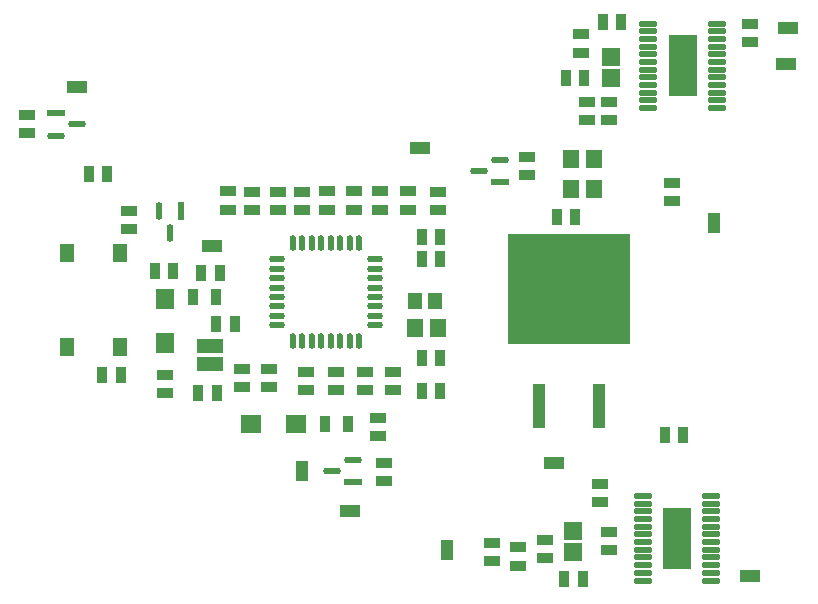
<source format=gtp>
G04*
G04 #@! TF.GenerationSoftware,Altium Limited,Altium Designer,25.0.2 (28)*
G04*
G04 Layer_Color=8421504*
%FSLAX24Y24*%
%MOIN*%
G70*
G04*
G04 #@! TF.SameCoordinates,81A3336F-67A3-4ED7-803A-E09BC6C04D2E*
G04*
G04*
G04 #@! TF.FilePolarity,Positive*
G04*
G01*
G75*
%ADD16R,0.0531X0.0374*%
G04:AMPARAMS|DCode=17|XSize=59.1mil|YSize=17.7mil|CornerRadius=1.9mil|HoleSize=0mil|Usage=FLASHONLY|Rotation=0.000|XOffset=0mil|YOffset=0mil|HoleType=Round|Shape=RoundedRectangle|*
%AMROUNDEDRECTD17*
21,1,0.0591,0.0138,0,0,0.0*
21,1,0.0552,0.0177,0,0,0.0*
1,1,0.0039,0.0276,-0.0069*
1,1,0.0039,-0.0276,-0.0069*
1,1,0.0039,-0.0276,0.0069*
1,1,0.0039,0.0276,0.0069*
%
%ADD17ROUNDEDRECTD17*%
%ADD18R,0.0709X0.0394*%
%ADD19R,0.0394X0.0709*%
%ADD20R,0.0591X0.0689*%
%ADD21R,0.0600X0.0228*%
G04:AMPARAMS|DCode=22|XSize=60mil|YSize=22.8mil|CornerRadius=11.4mil|HoleSize=0mil|Usage=FLASHONLY|Rotation=180.000|XOffset=0mil|YOffset=0mil|HoleType=Round|Shape=RoundedRectangle|*
%AMROUNDEDRECTD22*
21,1,0.0600,0.0000,0,0,180.0*
21,1,0.0373,0.0228,0,0,180.0*
1,1,0.0228,-0.0186,0.0000*
1,1,0.0228,0.0186,0.0000*
1,1,0.0228,0.0186,0.0000*
1,1,0.0228,-0.0186,0.0000*
%
%ADD22ROUNDEDRECTD22*%
%ADD23R,0.0613X0.0612*%
%ADD24R,0.0512X0.0610*%
%ADD25R,0.0374X0.0531*%
%ADD26R,0.0472X0.0551*%
%ADD27R,0.0551X0.0591*%
%ADD28R,0.0394X0.1496*%
%ADD29R,0.4094X0.3661*%
%ADD30O,0.0217X0.0531*%
%ADD31O,0.0531X0.0217*%
%ADD32R,0.0689X0.0591*%
G04:AMPARAMS|DCode=33|XSize=60mil|YSize=22.8mil|CornerRadius=11.4mil|HoleSize=0mil|Usage=FLASHONLY|Rotation=270.000|XOffset=0mil|YOffset=0mil|HoleType=Round|Shape=RoundedRectangle|*
%AMROUNDEDRECTD33*
21,1,0.0600,0.0000,0,0,270.0*
21,1,0.0373,0.0228,0,0,270.0*
1,1,0.0228,0.0000,-0.0186*
1,1,0.0228,0.0000,0.0186*
1,1,0.0228,0.0000,0.0186*
1,1,0.0228,0.0000,-0.0186*
%
%ADD33ROUNDEDRECTD33*%
%ADD34R,0.0228X0.0600*%
%ADD35R,0.0866X0.0453*%
%ADD36R,0.0374X0.0571*%
G36*
X47372Y20204D02*
Y20200D01*
X47369Y20193D01*
X47364Y20187D01*
X47357Y20184D01*
X47353D01*
D01*
X46447D01*
X46443D01*
X46436Y20187D01*
X46431Y20193D01*
X46428Y20200D01*
Y20204D01*
D01*
Y22196D01*
Y22200D01*
X46431Y22207D01*
X46436Y22213D01*
X46443Y22216D01*
X46447D01*
D01*
X47353D01*
X47357D01*
X47364Y22213D01*
X47369Y22207D01*
X47372Y22200D01*
Y22196D01*
D01*
Y20204D01*
D02*
G37*
G36*
X47564Y35952D02*
Y35948D01*
X47561Y35941D01*
X47556Y35936D01*
X47548Y35933D01*
X47544D01*
D01*
X46639D01*
X46635D01*
X46628Y35936D01*
X46622Y35941D01*
X46619Y35948D01*
Y35952D01*
D01*
Y37944D01*
Y37948D01*
X46622Y37956D01*
X46628Y37961D01*
X46635Y37964D01*
X46639D01*
D01*
X47544D01*
X47548D01*
X47556Y37961D01*
X47561Y37956D01*
X47564Y37948D01*
Y37944D01*
D01*
Y35952D01*
D02*
G37*
D16*
X41589Y20900D02*
D03*
X41900Y33295D02*
D03*
Y33905D02*
D03*
X28650Y32105D02*
D03*
Y31495D02*
D03*
X25250Y34695D02*
D03*
Y35305D02*
D03*
X31950Y32150D02*
D03*
Y32760D02*
D03*
X42500Y21155D02*
D03*
Y20545D02*
D03*
X37950Y32760D02*
D03*
Y32150D02*
D03*
X35250Y32760D02*
D03*
Y32150D02*
D03*
X49350Y37745D02*
D03*
Y38355D02*
D03*
X43900Y35145D02*
D03*
Y35755D02*
D03*
X46750Y33055D02*
D03*
Y32445D02*
D03*
X43700Y38000D02*
D03*
Y37390D02*
D03*
X44650Y35145D02*
D03*
Y35755D02*
D03*
Y20795D02*
D03*
Y21405D02*
D03*
X44350Y23005D02*
D03*
Y22395D02*
D03*
X40750Y21055D02*
D03*
Y20445D02*
D03*
X41589Y20290D02*
D03*
X38950Y32755D02*
D03*
Y32145D02*
D03*
X36950Y24595D02*
D03*
Y25205D02*
D03*
X32400Y26855D02*
D03*
Y26245D02*
D03*
X37450Y26145D02*
D03*
Y26755D02*
D03*
X36500Y26145D02*
D03*
Y26755D02*
D03*
X35550Y26145D02*
D03*
Y26755D02*
D03*
X34550Y26140D02*
D03*
Y26750D02*
D03*
X33300Y26245D02*
D03*
Y26855D02*
D03*
X32750Y32755D02*
D03*
Y32145D02*
D03*
X34400Y32755D02*
D03*
Y32145D02*
D03*
X36150Y32760D02*
D03*
Y32150D02*
D03*
X37000Y32760D02*
D03*
Y32150D02*
D03*
X33600Y32755D02*
D03*
Y32145D02*
D03*
X37150Y23095D02*
D03*
Y23705D02*
D03*
X29850Y26655D02*
D03*
Y26045D02*
D03*
D17*
X45758Y22607D02*
D03*
Y22352D02*
D03*
Y22096D02*
D03*
Y21840D02*
D03*
Y21584D02*
D03*
Y21328D02*
D03*
Y21072D02*
D03*
Y20816D02*
D03*
Y20560D02*
D03*
Y20304D02*
D03*
Y20048D02*
D03*
Y19793D02*
D03*
X48042D02*
D03*
Y20048D02*
D03*
Y20304D02*
D03*
Y20560D02*
D03*
Y20816D02*
D03*
Y21072D02*
D03*
Y21328D02*
D03*
Y21584D02*
D03*
Y21840D02*
D03*
Y22096D02*
D03*
Y22352D02*
D03*
Y22607D02*
D03*
X48233Y38356D02*
D03*
Y38100D02*
D03*
Y37844D02*
D03*
Y37588D02*
D03*
Y37332D02*
D03*
Y37076D02*
D03*
Y36820D02*
D03*
Y36565D02*
D03*
Y36309D02*
D03*
Y36053D02*
D03*
Y35797D02*
D03*
Y35541D02*
D03*
X45950D02*
D03*
Y35797D02*
D03*
Y36053D02*
D03*
Y36309D02*
D03*
Y36565D02*
D03*
Y36820D02*
D03*
Y37076D02*
D03*
Y37332D02*
D03*
Y37588D02*
D03*
Y37844D02*
D03*
Y38100D02*
D03*
Y38356D02*
D03*
D18*
X49350Y19950D02*
D03*
X36000Y22100D02*
D03*
X50600Y38200D02*
D03*
X50550Y37000D02*
D03*
X38350Y34200D02*
D03*
X42800Y23700D02*
D03*
X31400Y30950D02*
D03*
X26900Y36250D02*
D03*
D19*
X48150Y31700D02*
D03*
X34400Y23450D02*
D03*
X39250Y20800D02*
D03*
D20*
X29850Y27712D02*
D03*
Y29188D02*
D03*
D21*
X41008Y33076D02*
D03*
X36108Y23076D02*
D03*
X26192Y35374D02*
D03*
D22*
X41008Y33824D02*
D03*
X40292Y33450D02*
D03*
X36108Y23824D02*
D03*
X35392Y23450D02*
D03*
X26908Y35000D02*
D03*
X26192Y34626D02*
D03*
D23*
X43450Y21445D02*
D03*
Y20755D02*
D03*
X44700Y36555D02*
D03*
Y37245D02*
D03*
D24*
X26564Y27585D02*
D03*
Y30715D02*
D03*
X28336Y27585D02*
D03*
Y30715D02*
D03*
D25*
X39005Y30500D02*
D03*
X38395D02*
D03*
X38402Y27200D02*
D03*
X39013D02*
D03*
X43805Y36550D02*
D03*
X43195D02*
D03*
X45050Y38400D02*
D03*
X44440D02*
D03*
X46495Y24650D02*
D03*
X47105D02*
D03*
X43145Y19850D02*
D03*
X43755D02*
D03*
X29495Y30100D02*
D03*
X30105D02*
D03*
X27745Y26650D02*
D03*
X28355D02*
D03*
X27905Y33350D02*
D03*
X27295D02*
D03*
X31545Y28350D02*
D03*
X32155D02*
D03*
X42895Y31900D02*
D03*
X43505D02*
D03*
X39005Y26100D02*
D03*
X38395D02*
D03*
X31045Y30050D02*
D03*
X31655D02*
D03*
X39013Y31250D02*
D03*
X38402D02*
D03*
X31555Y26050D02*
D03*
X30945D02*
D03*
D26*
X38165Y29100D02*
D03*
X38835D02*
D03*
D27*
X38176Y28200D02*
D03*
X38924D02*
D03*
X43376Y32850D02*
D03*
X44124D02*
D03*
X43376Y33850D02*
D03*
X44124D02*
D03*
D28*
X42300Y25622D02*
D03*
X44300D02*
D03*
D29*
X43300Y29500D02*
D03*
D30*
X34098Y31034D02*
D03*
X34413D02*
D03*
X34728D02*
D03*
X35043D02*
D03*
X35357D02*
D03*
X35672D02*
D03*
X35987D02*
D03*
X36302D02*
D03*
Y27766D02*
D03*
X35987D02*
D03*
X35672D02*
D03*
X35357D02*
D03*
X35043D02*
D03*
X34728D02*
D03*
X34413D02*
D03*
X34098D02*
D03*
D31*
X36834Y30502D02*
D03*
Y30187D02*
D03*
Y29872D02*
D03*
Y29557D02*
D03*
Y29243D02*
D03*
Y28928D02*
D03*
Y28613D02*
D03*
Y28298D02*
D03*
X33566D02*
D03*
Y28613D02*
D03*
Y28928D02*
D03*
Y29243D02*
D03*
Y29557D02*
D03*
Y29872D02*
D03*
Y30187D02*
D03*
Y30502D02*
D03*
D32*
X34188Y25000D02*
D03*
X32712D02*
D03*
D33*
X30000Y31392D02*
D03*
X29626Y32108D02*
D03*
D34*
X30374D02*
D03*
D35*
X31350Y27605D02*
D03*
Y26995D02*
D03*
D36*
X35934Y25000D02*
D03*
X35166D02*
D03*
X31534Y29250D02*
D03*
X30766D02*
D03*
M02*

</source>
